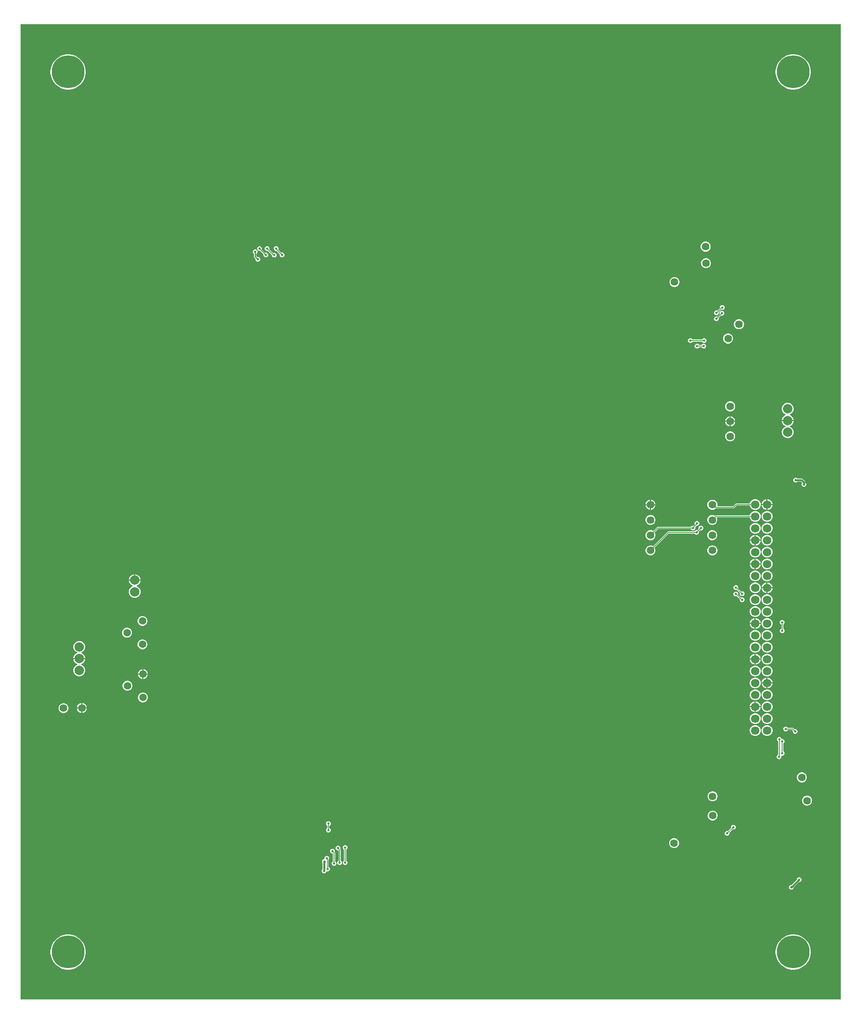
<source format=gbl>
G04*
G04 #@! TF.GenerationSoftware,Altium Limited,Altium Designer,23.2.1 (34)*
G04*
G04 Layer_Physical_Order=2*
G04 Layer_Color=16711680*
%FSLAX25Y25*%
%MOIN*%
G70*
G04*
G04 #@! TF.SameCoordinates,CA660C8E-C53F-4193-A26E-31EAB45B7BEE*
G04*
G04*
G04 #@! TF.FilePolarity,Positive*
G04*
G01*
G75*
%ADD12C,0.01000*%
%ADD77C,0.01500*%
%ADD78C,0.00700*%
%ADD84C,0.27559*%
%ADD85C,0.07087*%
%ADD86C,0.06400*%
%ADD87C,0.07874*%
%ADD88C,0.06299*%
%ADD89C,0.01968*%
G36*
X880000Y20000D02*
X190000D01*
Y840000D01*
X880000D01*
Y20000D01*
D02*
G37*
%LPC*%
G36*
X841163Y814779D02*
X838837D01*
X836539Y814416D01*
X834327Y813697D01*
X832254Y812641D01*
X830372Y811273D01*
X828727Y809628D01*
X827359Y807746D01*
X826303Y805673D01*
X825584Y803461D01*
X825220Y801163D01*
Y798837D01*
X825584Y796539D01*
X826303Y794327D01*
X827359Y792254D01*
X828727Y790372D01*
X830372Y788727D01*
X832254Y787359D01*
X834327Y786303D01*
X836539Y785584D01*
X838837Y785220D01*
X841163D01*
X843461Y785584D01*
X845673Y786303D01*
X847746Y787359D01*
X849628Y788727D01*
X851273Y790372D01*
X852641Y792254D01*
X853697Y794327D01*
X854416Y796539D01*
X854780Y798837D01*
Y801163D01*
X854416Y803461D01*
X853697Y805673D01*
X852641Y807746D01*
X851273Y809628D01*
X849628Y811273D01*
X847746Y812641D01*
X845673Y813697D01*
X843461Y814416D01*
X841163Y814779D01*
D02*
G37*
G36*
X231163D02*
X228837D01*
X226539Y814416D01*
X224327Y813697D01*
X222254Y812641D01*
X220372Y811273D01*
X218727Y809628D01*
X217359Y807746D01*
X216303Y805673D01*
X215584Y803461D01*
X215220Y801163D01*
Y798837D01*
X215584Y796539D01*
X216303Y794327D01*
X217359Y792254D01*
X218727Y790372D01*
X220372Y788727D01*
X222254Y787359D01*
X224327Y786303D01*
X226539Y785584D01*
X228837Y785220D01*
X231163D01*
X233461Y785584D01*
X235673Y786303D01*
X237746Y787359D01*
X239628Y788727D01*
X241273Y790372D01*
X242641Y792254D01*
X243697Y794327D01*
X244416Y796539D01*
X244779Y798837D01*
Y801163D01*
X244416Y803461D01*
X243697Y805673D01*
X242641Y807746D01*
X241273Y809628D01*
X239628Y811273D01*
X237746Y812641D01*
X235673Y813697D01*
X233461Y814416D01*
X231163Y814779D01*
D02*
G37*
G36*
X766919Y657358D02*
X765813D01*
X764745Y657071D01*
X763787Y656518D01*
X763005Y655736D01*
X762452Y654779D01*
X762166Y653710D01*
Y652604D01*
X762452Y651536D01*
X763005Y650579D01*
X763787Y649797D01*
X764745Y649244D01*
X765813Y648957D01*
X766919D01*
X767987Y649244D01*
X768945Y649797D01*
X769727Y650579D01*
X770280Y651536D01*
X770566Y652604D01*
Y653710D01*
X770280Y654779D01*
X769727Y655736D01*
X768945Y656518D01*
X767987Y657071D01*
X766919Y657358D01*
D02*
G37*
G36*
X405383Y653587D02*
X404594D01*
X403864Y653285D01*
X403306Y652726D01*
X403004Y651997D01*
Y651208D01*
X403306Y650478D01*
X403864Y649920D01*
X404594Y649618D01*
X405383D01*
X405443Y649643D01*
X408192Y646894D01*
X408004Y646440D01*
Y645651D01*
X408306Y644921D01*
X408864Y644363D01*
X409593Y644061D01*
X410383D01*
X411112Y644363D01*
X411670Y644921D01*
X411972Y645651D01*
Y646440D01*
X411670Y647169D01*
X411112Y647727D01*
X410383Y648030D01*
X409593D01*
X409533Y648004D01*
X406784Y650753D01*
X406972Y651208D01*
Y651997D01*
X406670Y652726D01*
X406112Y653285D01*
X405383Y653587D01*
D02*
G37*
G36*
X391454Y653498D02*
X390664D01*
X389935Y653196D01*
X389377Y652638D01*
X389075Y651908D01*
Y651119D01*
X389377Y650390D01*
X389935Y649832D01*
X390664Y649530D01*
X391454D01*
X391649Y649611D01*
X394522Y646738D01*
X394390Y646418D01*
Y645629D01*
X394692Y644900D01*
X395250Y644342D01*
X395979Y644039D01*
X396769D01*
X397498Y644342D01*
X398056Y644900D01*
X398358Y645629D01*
Y646418D01*
X398056Y647148D01*
X397498Y647706D01*
X396769Y648008D01*
X395979D01*
X395784Y647927D01*
X392911Y650800D01*
X393043Y651119D01*
Y651908D01*
X392741Y652638D01*
X392183Y653196D01*
X391454Y653498D01*
D02*
G37*
G36*
X397883D02*
X397094D01*
X396364Y653196D01*
X395806Y652638D01*
X395504Y651908D01*
Y651119D01*
X395806Y650390D01*
X396364Y649832D01*
X397094Y649530D01*
X397883D01*
X398072Y649608D01*
X401404Y646276D01*
Y645608D01*
X401706Y644878D01*
X402264Y644320D01*
X402993Y644018D01*
X403783D01*
X404512Y644320D01*
X405070Y644878D01*
X405372Y645608D01*
Y646397D01*
X405070Y647126D01*
X404512Y647684D01*
X403783Y647987D01*
X402993D01*
X402393Y647738D01*
X399338Y650793D01*
X399472Y651119D01*
Y651908D01*
X399170Y652638D01*
X398612Y653196D01*
X397883Y653498D01*
D02*
G37*
G36*
X387812Y650764D02*
X387023D01*
X386293Y650462D01*
X385735Y649903D01*
X385433Y649174D01*
Y648385D01*
X385735Y647656D01*
X386293Y647097D01*
X386398Y647054D01*
X386398Y644646D01*
X386475Y644255D01*
X386586Y644090D01*
X386696Y643925D01*
X386696Y643925D01*
X387740Y642881D01*
X387697Y642777D01*
Y641987D01*
X387999Y641258D01*
X388557Y640700D01*
X389286Y640398D01*
X390076D01*
X390805Y640700D01*
X391363Y641258D01*
X391665Y641987D01*
Y642777D01*
X391363Y643506D01*
X390805Y644064D01*
X390076Y644366D01*
X389286D01*
X389182Y644323D01*
X388437Y645068D01*
X388437Y647054D01*
X388541Y647097D01*
X389100Y647656D01*
X389402Y648385D01*
Y649174D01*
X389100Y649903D01*
X388541Y650462D01*
X387812Y650764D01*
D02*
G37*
G36*
X767191Y643448D02*
X766085D01*
X765017Y643162D01*
X764059Y642609D01*
X763277Y641827D01*
X762724Y640869D01*
X762438Y639801D01*
Y638695D01*
X762724Y637627D01*
X763277Y636669D01*
X764059Y635887D01*
X765017Y635334D01*
X766085Y635048D01*
X767191D01*
X768259Y635334D01*
X769217Y635887D01*
X769999Y636669D01*
X770552Y637627D01*
X770838Y638695D01*
Y639801D01*
X770552Y640869D01*
X769999Y641827D01*
X769217Y642609D01*
X768259Y643162D01*
X767191Y643448D01*
D02*
G37*
G36*
X740743Y627547D02*
X739637D01*
X738569Y627260D01*
X737611Y626707D01*
X736829Y625925D01*
X736276Y624968D01*
X735990Y623899D01*
Y622793D01*
X736276Y621725D01*
X736829Y620768D01*
X737611Y619986D01*
X738569Y619433D01*
X739637Y619146D01*
X740743D01*
X741811Y619433D01*
X742769Y619986D01*
X743551Y620768D01*
X744104Y621725D01*
X744390Y622793D01*
Y623899D01*
X744104Y624968D01*
X743551Y625925D01*
X742769Y626707D01*
X741811Y627260D01*
X740743Y627547D01*
D02*
G37*
G36*
X780675Y603968D02*
X779885D01*
X779156Y603666D01*
X778598Y603108D01*
X778296Y602379D01*
Y601590D01*
X778362Y601430D01*
X776266Y599333D01*
X775911Y599480D01*
X775121D01*
X774392Y599178D01*
X773834Y598620D01*
X773532Y597891D01*
Y597101D01*
X773834Y596372D01*
X774392Y595814D01*
X775121Y595512D01*
X775911D01*
X776640Y595814D01*
X777198Y596372D01*
X777500Y597101D01*
Y597891D01*
X777434Y598051D01*
X779530Y600147D01*
X779885Y600000D01*
X780675D01*
X781404Y600302D01*
X781962Y600860D01*
X782264Y601590D01*
Y602379D01*
X781962Y603108D01*
X781404Y603666D01*
X780675Y603968D01*
D02*
G37*
G36*
X780579Y599246D02*
X779790D01*
X779061Y598944D01*
X778503Y598385D01*
X778200Y597656D01*
Y596867D01*
X778316Y596586D01*
X776027Y594297D01*
X775792Y594394D01*
X775003D01*
X774274Y594092D01*
X773715Y593533D01*
X773413Y592804D01*
Y592015D01*
X773715Y591286D01*
X774274Y590727D01*
X775003Y590425D01*
X775792D01*
X776522Y590727D01*
X777080Y591286D01*
X777382Y592015D01*
Y592804D01*
X777266Y593084D01*
X779556Y595374D01*
X779790Y595277D01*
X780579D01*
X781309Y595579D01*
X781867Y596137D01*
X782169Y596867D01*
Y597656D01*
X781867Y598385D01*
X781309Y598944D01*
X780579Y599246D01*
D02*
G37*
G36*
X794978Y592098D02*
X793872D01*
X792804Y591811D01*
X791846Y591258D01*
X791064Y590477D01*
X790511Y589519D01*
X790225Y588451D01*
Y587345D01*
X790511Y586276D01*
X791064Y585319D01*
X791846Y584537D01*
X792804Y583984D01*
X793872Y583698D01*
X794978D01*
X796046Y583984D01*
X797004Y584537D01*
X797786Y585319D01*
X798339Y586276D01*
X798625Y587345D01*
Y588451D01*
X798339Y589519D01*
X797786Y590477D01*
X797004Y591258D01*
X796046Y591811D01*
X794978Y592098D01*
D02*
G37*
G36*
X765454Y576130D02*
X764664D01*
X763935Y575828D01*
X763377Y575270D01*
X763265Y574999D01*
X755346D01*
X755245Y575242D01*
X754687Y575800D01*
X753958Y576102D01*
X753168D01*
X752439Y575800D01*
X751881Y575242D01*
X751579Y574513D01*
Y573723D01*
X751881Y572994D01*
X752439Y572436D01*
X753168Y572134D01*
X753958D01*
X754687Y572436D01*
X755245Y572994D01*
X755357Y573265D01*
X763276D01*
X763377Y573022D01*
X763935Y572464D01*
X764664Y572161D01*
X765454D01*
X766183Y572464D01*
X766741Y573022D01*
X767043Y573751D01*
Y574540D01*
X766741Y575270D01*
X766183Y575828D01*
X765454Y576130D01*
D02*
G37*
G36*
X785821Y580027D02*
X784715D01*
X783647Y579740D01*
X782689Y579188D01*
X781907Y578406D01*
X781354Y577448D01*
X781068Y576380D01*
Y575274D01*
X781354Y574206D01*
X781907Y573248D01*
X782689Y572466D01*
X783647Y571913D01*
X784715Y571627D01*
X785821D01*
X786889Y571913D01*
X787847Y572466D01*
X788628Y573248D01*
X789182Y574206D01*
X789468Y575274D01*
Y576380D01*
X789182Y577448D01*
X788628Y578406D01*
X787847Y579188D01*
X786889Y579740D01*
X785821Y580027D01*
D02*
G37*
G36*
X765245Y571555D02*
X764456D01*
X763726Y571253D01*
X763168Y570695D01*
X763031Y570365D01*
X760975D01*
X760899Y570549D01*
X760340Y571107D01*
X759611Y571410D01*
X758822D01*
X758092Y571107D01*
X757534Y570549D01*
X757232Y569820D01*
Y569031D01*
X757534Y568301D01*
X758092Y567743D01*
X758822Y567441D01*
X759611D01*
X760340Y567743D01*
X760899Y568301D01*
X761035Y568631D01*
X763092D01*
X763168Y568447D01*
X763726Y567889D01*
X764456Y567587D01*
X765245D01*
X765974Y567889D01*
X766533Y568447D01*
X766835Y569176D01*
Y569966D01*
X766533Y570695D01*
X765974Y571253D01*
X765245Y571555D01*
D02*
G37*
G36*
X787561Y523031D02*
X786455D01*
X785387Y522745D01*
X784429Y522192D01*
X783647Y521410D01*
X783094Y520452D01*
X782808Y519384D01*
Y518278D01*
X783094Y517210D01*
X783647Y516252D01*
X784429Y515470D01*
X785387Y514917D01*
X786455Y514631D01*
X787561D01*
X788629Y514917D01*
X789587Y515470D01*
X790369Y516252D01*
X790922Y517210D01*
X791208Y518278D01*
Y519384D01*
X790922Y520452D01*
X790369Y521410D01*
X789587Y522192D01*
X788629Y522745D01*
X787561Y523031D01*
D02*
G37*
G36*
X836020Y521673D02*
X834720D01*
X833465Y521337D01*
X832339Y520687D01*
X831419Y519768D01*
X830770Y518642D01*
X830433Y517386D01*
Y516086D01*
X830770Y514831D01*
X831419Y513705D01*
X832339Y512786D01*
X833465Y512136D01*
X833728Y512065D01*
Y511565D01*
X833465Y511494D01*
X832339Y510844D01*
X831419Y509925D01*
X830770Y508799D01*
X830433Y507544D01*
Y507394D01*
X835370D01*
X840307D01*
Y507544D01*
X839971Y508799D01*
X839321Y509925D01*
X838402Y510844D01*
X837276Y511494D01*
X837012Y511565D01*
Y512065D01*
X837276Y512136D01*
X838402Y512786D01*
X839321Y513705D01*
X839971Y514831D01*
X840307Y516086D01*
Y517386D01*
X839971Y518642D01*
X839321Y519768D01*
X838402Y520687D01*
X837276Y521337D01*
X836020Y521673D01*
D02*
G37*
G36*
X787561Y510431D02*
X787508D01*
Y506731D01*
X791208D01*
Y506784D01*
X790922Y507852D01*
X790369Y508810D01*
X789587Y509592D01*
X788629Y510145D01*
X787561Y510431D01*
D02*
G37*
G36*
X786508D02*
X786455D01*
X785387Y510145D01*
X784429Y509592D01*
X783647Y508810D01*
X783094Y507852D01*
X782808Y506784D01*
Y506731D01*
X786508D01*
Y510431D01*
D02*
G37*
G36*
X791208Y505731D02*
X787508D01*
Y502031D01*
X787561D01*
X788629Y502317D01*
X789587Y502870D01*
X790369Y503652D01*
X790922Y504610D01*
X791208Y505678D01*
Y505731D01*
D02*
G37*
G36*
X786508D02*
X782808D01*
Y505678D01*
X783094Y504610D01*
X783647Y503652D01*
X784429Y502870D01*
X785387Y502317D01*
X786455Y502031D01*
X786508D01*
Y505731D01*
D02*
G37*
G36*
X840307Y506394D02*
X835370D01*
X830433D01*
Y506244D01*
X830770Y504988D01*
X831419Y503862D01*
X832339Y502943D01*
X833465Y502293D01*
X833728Y502222D01*
Y501722D01*
X833465Y501652D01*
X832339Y501002D01*
X831419Y500083D01*
X830770Y498957D01*
X830433Y497701D01*
Y496401D01*
X830770Y495146D01*
X831419Y494020D01*
X832339Y493101D01*
X833465Y492451D01*
X834720Y492114D01*
X836020D01*
X837276Y492451D01*
X838402Y493101D01*
X839321Y494020D01*
X839971Y495146D01*
X840307Y496401D01*
Y497701D01*
X839971Y498957D01*
X839321Y500083D01*
X838402Y501002D01*
X837276Y501652D01*
X837012Y501722D01*
Y502222D01*
X837276Y502293D01*
X838402Y502943D01*
X839321Y503862D01*
X839971Y504988D01*
X840307Y506244D01*
Y506394D01*
D02*
G37*
G36*
X787561Y497831D02*
X786455D01*
X785387Y497544D01*
X784429Y496992D01*
X783647Y496210D01*
X783094Y495252D01*
X782808Y494184D01*
Y493078D01*
X783094Y492010D01*
X783647Y491052D01*
X784429Y490270D01*
X785387Y489717D01*
X786455Y489431D01*
X787561D01*
X788629Y489717D01*
X789587Y490270D01*
X790369Y491052D01*
X790922Y492010D01*
X791208Y493078D01*
Y494184D01*
X790922Y495252D01*
X790369Y496210D01*
X789587Y496992D01*
X788629Y497544D01*
X787561Y497831D01*
D02*
G37*
G36*
X842495Y458784D02*
X841705D01*
X840976Y458482D01*
X840418Y457924D01*
X840116Y457195D01*
Y456405D01*
X840418Y455676D01*
X840976Y455118D01*
X841705Y454816D01*
X842495D01*
X843224Y455118D01*
X843632Y455525D01*
X846595D01*
X847568Y454552D01*
X847271Y454255D01*
X846968Y453525D01*
Y452736D01*
X847271Y452007D01*
X847829Y451448D01*
X848558Y451147D01*
X849347D01*
X850077Y451448D01*
X850635Y452007D01*
X850937Y452736D01*
Y453525D01*
X850635Y454255D01*
X850227Y454662D01*
Y454970D01*
X850130Y455457D01*
X849854Y455871D01*
X848024Y457701D01*
X847610Y457977D01*
X847122Y458075D01*
X843632D01*
X843224Y458482D01*
X842495Y458784D01*
D02*
G37*
G36*
X818645Y440807D02*
X818547D01*
Y436764D01*
X822591D01*
Y436862D01*
X822281Y438017D01*
X821683Y439053D01*
X820837Y439899D01*
X819801Y440497D01*
X818645Y440807D01*
D02*
G37*
G36*
X817547D02*
X817449D01*
X816294Y440497D01*
X815258Y439899D01*
X814412Y439053D01*
X813814Y438017D01*
X813504Y436862D01*
Y436764D01*
X817547D01*
Y440807D01*
D02*
G37*
G36*
X720553Y440326D02*
X720500D01*
Y436626D01*
X724200D01*
Y436679D01*
X723914Y437747D01*
X723361Y438705D01*
X722579Y439487D01*
X721621Y440040D01*
X720553Y440326D01*
D02*
G37*
G36*
X719500D02*
X719447D01*
X718379Y440040D01*
X717421Y439487D01*
X716639Y438705D01*
X716086Y437747D01*
X715800Y436679D01*
Y436626D01*
X719500D01*
Y440326D01*
D02*
G37*
G36*
X808645Y440807D02*
X807449D01*
X806294Y440497D01*
X805258Y439899D01*
X804412Y439053D01*
X803814Y438017D01*
X803576Y437130D01*
X792195D01*
X791864Y437065D01*
X791583Y436877D01*
X789518Y434811D01*
X776458D01*
X776153Y435208D01*
X776251Y435573D01*
Y436679D01*
X775965Y437747D01*
X775412Y438705D01*
X774630Y439487D01*
X773672Y440040D01*
X772604Y440326D01*
X771498D01*
X770430Y440040D01*
X769472Y439487D01*
X768690Y438705D01*
X768137Y437747D01*
X767851Y436679D01*
Y435573D01*
X768137Y434505D01*
X768690Y433547D01*
X769472Y432765D01*
X770430Y432212D01*
X771498Y431926D01*
X772604D01*
X773672Y432212D01*
X774630Y432765D01*
X774943Y433078D01*
X789877D01*
X790208Y433144D01*
X790489Y433332D01*
X792554Y435397D01*
X803576D01*
X803814Y434510D01*
X804412Y433474D01*
X805258Y432628D01*
X806294Y432030D01*
X807449Y431720D01*
X808645D01*
X809801Y432030D01*
X810837Y432628D01*
X811683Y433474D01*
X812281Y434510D01*
X812591Y435666D01*
Y436862D01*
X812281Y438017D01*
X811683Y439053D01*
X810837Y439899D01*
X809801Y440497D01*
X808645Y440807D01*
D02*
G37*
G36*
X724200Y435626D02*
X720500D01*
Y431926D01*
X720553D01*
X721621Y432212D01*
X722579Y432765D01*
X723361Y433547D01*
X723914Y434505D01*
X724200Y435573D01*
Y435626D01*
D02*
G37*
G36*
X719500D02*
X715800D01*
Y435573D01*
X716086Y434505D01*
X716639Y433547D01*
X717421Y432765D01*
X718379Y432212D01*
X719447Y431926D01*
X719500D01*
Y435626D01*
D02*
G37*
G36*
X822591Y435764D02*
X818547D01*
Y431720D01*
X818645D01*
X819801Y432030D01*
X820837Y432628D01*
X821683Y433474D01*
X822281Y434510D01*
X822591Y435666D01*
Y435764D01*
D02*
G37*
G36*
X817547D02*
X813504D01*
Y435666D01*
X813814Y434510D01*
X814412Y433474D01*
X815258Y432628D01*
X816294Y432030D01*
X817449Y431720D01*
X817547D01*
Y435764D01*
D02*
G37*
G36*
X808645Y430807D02*
X807449D01*
X806294Y430498D01*
X805258Y429899D01*
X804412Y429053D01*
X803814Y428017D01*
X803576Y427130D01*
X774895D01*
X774563Y427065D01*
X774282Y426877D01*
X774249Y426843D01*
X773572Y427234D01*
X772504Y427520D01*
X771398D01*
X770330Y427234D01*
X769372Y426681D01*
X768590Y425899D01*
X768037Y424941D01*
X767751Y423873D01*
Y422767D01*
X768037Y421699D01*
X768590Y420741D01*
X769372Y419959D01*
X770330Y419406D01*
X771398Y419120D01*
X772504D01*
X773572Y419406D01*
X774530Y419959D01*
X775312Y420741D01*
X775865Y421699D01*
X776151Y422767D01*
Y423873D01*
X775877Y424897D01*
X775895Y425039D01*
X776102Y425397D01*
X803576D01*
X803814Y424510D01*
X804412Y423474D01*
X805258Y422628D01*
X806294Y422030D01*
X807449Y421721D01*
X808645D01*
X809801Y422030D01*
X810837Y422628D01*
X811683Y423474D01*
X812281Y424510D01*
X812591Y425666D01*
Y426862D01*
X812281Y428017D01*
X811683Y429053D01*
X810837Y429899D01*
X809801Y430498D01*
X808645Y430807D01*
D02*
G37*
G36*
X818645D02*
X817449D01*
X816294Y430498D01*
X815258Y429899D01*
X814412Y429053D01*
X813814Y428017D01*
X813504Y426862D01*
Y425666D01*
X813814Y424510D01*
X814412Y423474D01*
X815258Y422628D01*
X816294Y422030D01*
X817449Y421721D01*
X818645D01*
X819801Y422030D01*
X820837Y422628D01*
X821683Y423474D01*
X822281Y424510D01*
X822591Y425666D01*
Y426862D01*
X822281Y428017D01*
X821683Y429053D01*
X820837Y429899D01*
X819801Y430498D01*
X818645Y430807D01*
D02*
G37*
G36*
X720553Y427520D02*
X719447D01*
X718379Y427234D01*
X717421Y426681D01*
X716639Y425899D01*
X716086Y424941D01*
X715800Y423873D01*
Y422767D01*
X716086Y421699D01*
X716639Y420741D01*
X717421Y419959D01*
X718379Y419406D01*
X719447Y419120D01*
X720553D01*
X721621Y419406D01*
X722579Y419959D01*
X723361Y420741D01*
X723914Y421699D01*
X724200Y422767D01*
Y423873D01*
X723914Y424941D01*
X723361Y425899D01*
X722579Y426681D01*
X721621Y427234D01*
X720553Y427520D01*
D02*
G37*
G36*
X759473Y422339D02*
X758684D01*
X757955Y422037D01*
X757397Y421478D01*
X757094Y420749D01*
Y419960D01*
X757283Y419504D01*
X756351Y418572D01*
X756292Y418597D01*
X755503D01*
X754773Y418295D01*
X754215Y417737D01*
X754108Y417479D01*
X726098D01*
X725767Y417413D01*
X725486Y417226D01*
X722298Y414038D01*
X721621Y414428D01*
X720553Y414714D01*
X719447D01*
X718379Y414428D01*
X717421Y413875D01*
X716639Y413093D01*
X716086Y412135D01*
X715800Y411067D01*
Y409961D01*
X716086Y408893D01*
X716639Y407935D01*
X717421Y407153D01*
X718379Y406601D01*
X719447Y406314D01*
X720553D01*
X721621Y406601D01*
X722579Y407153D01*
X723361Y407935D01*
X723914Y408893D01*
X724200Y409961D01*
Y411067D01*
X723914Y412135D01*
X723523Y412812D01*
X726457Y415746D01*
X754108D01*
X754215Y415489D01*
X754773Y414930D01*
X755503Y414628D01*
X756292D01*
X757021Y414930D01*
X757579Y415489D01*
X757881Y416218D01*
Y417007D01*
X757693Y417463D01*
X758625Y418395D01*
X758684Y418370D01*
X759473D01*
X760203Y418672D01*
X760761Y419230D01*
X761063Y419960D01*
Y420749D01*
X760761Y421478D01*
X760203Y422037D01*
X759473Y422339D01*
D02*
G37*
G36*
X762907Y418584D02*
X762118D01*
X761389Y418282D01*
X760831Y417723D01*
X760529Y416994D01*
Y416205D01*
X760640Y415935D01*
X759399Y414694D01*
X759155Y414795D01*
X758365D01*
X757636Y414493D01*
X757078Y413935D01*
X756971Y413678D01*
X735103D01*
X734771Y413612D01*
X734490Y413424D01*
X722298Y401232D01*
X721621Y401622D01*
X720553Y401908D01*
X719447D01*
X718379Y401622D01*
X717421Y401069D01*
X716639Y400287D01*
X716086Y399329D01*
X715800Y398261D01*
Y397155D01*
X716086Y396087D01*
X716639Y395129D01*
X717421Y394348D01*
X718379Y393795D01*
X719447Y393508D01*
X720553D01*
X721621Y393795D01*
X722579Y394348D01*
X723361Y395129D01*
X723914Y396087D01*
X724200Y397155D01*
Y398261D01*
X723914Y399329D01*
X723523Y400006D01*
X735462Y411944D01*
X756971D01*
X757078Y411687D01*
X757636Y411129D01*
X758365Y410827D01*
X759155D01*
X759884Y411129D01*
X760442Y411687D01*
X760744Y412416D01*
Y413206D01*
X760632Y413476D01*
X761873Y414716D01*
X762118Y414615D01*
X762907D01*
X763637Y414917D01*
X764195Y415475D01*
X764497Y416205D01*
Y416994D01*
X764195Y417723D01*
X763637Y418282D01*
X762907Y418584D01*
D02*
G37*
G36*
X818645Y420807D02*
X817449D01*
X816294Y420498D01*
X815258Y419899D01*
X814412Y419053D01*
X813814Y418017D01*
X813504Y416862D01*
Y415666D01*
X813814Y414510D01*
X814412Y413474D01*
X815258Y412628D01*
X816294Y412030D01*
X817449Y411721D01*
X818645D01*
X819801Y412030D01*
X820837Y412628D01*
X821683Y413474D01*
X822281Y414510D01*
X822591Y415666D01*
Y416862D01*
X822281Y418017D01*
X821683Y419053D01*
X820837Y419899D01*
X819801Y420498D01*
X818645Y420807D01*
D02*
G37*
G36*
X808645D02*
X807449D01*
X806294Y420498D01*
X805258Y419899D01*
X804412Y419053D01*
X803814Y418017D01*
X803504Y416862D01*
Y415666D01*
X803814Y414510D01*
X804412Y413474D01*
X805258Y412628D01*
X806294Y412030D01*
X807449Y411721D01*
X808645D01*
X809801Y412030D01*
X810837Y412628D01*
X811683Y413474D01*
X812281Y414510D01*
X812591Y415666D01*
Y416862D01*
X812281Y418017D01*
X811683Y419053D01*
X810837Y419899D01*
X809801Y420498D01*
X808645Y420807D01*
D02*
G37*
G36*
Y410807D02*
X808547D01*
Y406764D01*
X812591D01*
Y406862D01*
X812281Y408017D01*
X811683Y409053D01*
X810837Y409899D01*
X809801Y410498D01*
X808645Y410807D01*
D02*
G37*
G36*
X807547D02*
X807449D01*
X806294Y410498D01*
X805258Y409899D01*
X804412Y409053D01*
X803814Y408017D01*
X803504Y406862D01*
Y406764D01*
X807547D01*
Y410807D01*
D02*
G37*
G36*
X772504Y414714D02*
X771398D01*
X770330Y414428D01*
X769372Y413875D01*
X768590Y413093D01*
X768037Y412135D01*
X767751Y411067D01*
Y409961D01*
X768037Y408893D01*
X768590Y407935D01*
X769372Y407153D01*
X770330Y406601D01*
X771398Y406314D01*
X772504D01*
X773572Y406601D01*
X774530Y407153D01*
X775312Y407935D01*
X775865Y408893D01*
X776151Y409961D01*
Y411067D01*
X775865Y412135D01*
X775312Y413093D01*
X774530Y413875D01*
X773572Y414428D01*
X772504Y414714D01*
D02*
G37*
G36*
X818645Y410807D02*
X817449D01*
X816294Y410498D01*
X815258Y409899D01*
X814412Y409053D01*
X813814Y408017D01*
X813504Y406862D01*
Y405666D01*
X813814Y404510D01*
X814412Y403474D01*
X815258Y402628D01*
X816294Y402030D01*
X817449Y401721D01*
X818645D01*
X819801Y402030D01*
X820837Y402628D01*
X821683Y403474D01*
X822281Y404510D01*
X822591Y405666D01*
Y406862D01*
X822281Y408017D01*
X821683Y409053D01*
X820837Y409899D01*
X819801Y410498D01*
X818645Y410807D01*
D02*
G37*
G36*
X812591Y405764D02*
X808547D01*
Y401721D01*
X808645D01*
X809801Y402030D01*
X810837Y402628D01*
X811683Y403474D01*
X812281Y404510D01*
X812591Y405666D01*
Y405764D01*
D02*
G37*
G36*
X807547D02*
X803504D01*
Y405666D01*
X803814Y404510D01*
X804412Y403474D01*
X805258Y402628D01*
X806294Y402030D01*
X807449Y401721D01*
X807547D01*
Y405764D01*
D02*
G37*
G36*
X772601Y401908D02*
X771495D01*
X770427Y401622D01*
X769469Y401069D01*
X768687Y400287D01*
X768134Y399329D01*
X767848Y398261D01*
Y397155D01*
X768134Y396087D01*
X768687Y395129D01*
X769469Y394348D01*
X770427Y393795D01*
X771495Y393508D01*
X772601D01*
X773669Y393795D01*
X774626Y394348D01*
X775409Y395129D01*
X775961Y396087D01*
X776248Y397155D01*
Y398261D01*
X775961Y399329D01*
X775409Y400287D01*
X774626Y401069D01*
X773669Y401622D01*
X772601Y401908D01*
D02*
G37*
G36*
X818645Y400807D02*
X817449D01*
X816294Y400497D01*
X815258Y399899D01*
X814412Y399053D01*
X813814Y398017D01*
X813504Y396862D01*
Y395666D01*
X813814Y394510D01*
X814412Y393474D01*
X815258Y392628D01*
X816294Y392030D01*
X817449Y391721D01*
X818645D01*
X819801Y392030D01*
X820837Y392628D01*
X821683Y393474D01*
X822281Y394510D01*
X822591Y395666D01*
Y396862D01*
X822281Y398017D01*
X821683Y399053D01*
X820837Y399899D01*
X819801Y400497D01*
X818645Y400807D01*
D02*
G37*
G36*
X808645D02*
X807449D01*
X806294Y400497D01*
X805258Y399899D01*
X804412Y399053D01*
X803814Y398017D01*
X803504Y396862D01*
Y395666D01*
X803814Y394510D01*
X804412Y393474D01*
X805258Y392628D01*
X806294Y392030D01*
X807449Y391721D01*
X808645D01*
X809801Y392030D01*
X810837Y392628D01*
X811683Y393474D01*
X812281Y394510D01*
X812591Y395666D01*
Y396862D01*
X812281Y398017D01*
X811683Y399053D01*
X810837Y399899D01*
X809801Y400497D01*
X808645Y400807D01*
D02*
G37*
G36*
Y390807D02*
X808547D01*
Y386764D01*
X812591D01*
Y386862D01*
X812281Y388017D01*
X811683Y389053D01*
X810837Y389899D01*
X809801Y390497D01*
X808645Y390807D01*
D02*
G37*
G36*
X807547D02*
X807449D01*
X806294Y390497D01*
X805258Y389899D01*
X804412Y389053D01*
X803814Y388017D01*
X803504Y386862D01*
Y386764D01*
X807547D01*
Y390807D01*
D02*
G37*
G36*
X818645D02*
X817449D01*
X816294Y390497D01*
X815258Y389899D01*
X814412Y389053D01*
X813814Y388017D01*
X813504Y386862D01*
Y385666D01*
X813814Y384510D01*
X814412Y383474D01*
X815258Y382628D01*
X816294Y382030D01*
X817449Y381720D01*
X818645D01*
X819801Y382030D01*
X820837Y382628D01*
X821683Y383474D01*
X822281Y384510D01*
X822591Y385666D01*
Y386862D01*
X822281Y388017D01*
X821683Y389053D01*
X820837Y389899D01*
X819801Y390497D01*
X818645Y390807D01*
D02*
G37*
G36*
X812591Y385764D02*
X808547D01*
Y381720D01*
X808645D01*
X809801Y382030D01*
X810837Y382628D01*
X811683Y383474D01*
X812281Y384510D01*
X812591Y385666D01*
Y385764D01*
D02*
G37*
G36*
X807547D02*
X803504D01*
Y385666D01*
X803814Y384510D01*
X804412Y383474D01*
X805258Y382628D01*
X806294Y382030D01*
X807449Y381720D01*
X807547D01*
Y385764D01*
D02*
G37*
G36*
X286658Y377610D02*
X286508D01*
Y373173D01*
X290945D01*
Y373323D01*
X290608Y374579D01*
X289959Y375705D01*
X289039Y376624D01*
X287913Y377274D01*
X286658Y377610D01*
D02*
G37*
G36*
X285508D02*
X285358D01*
X284102Y377274D01*
X282977Y376624D01*
X282057Y375705D01*
X281407Y374579D01*
X281071Y373323D01*
Y373173D01*
X285508D01*
Y377610D01*
D02*
G37*
G36*
X818645Y380807D02*
X817449D01*
X816294Y380498D01*
X815258Y379899D01*
X814412Y379053D01*
X813814Y378017D01*
X813504Y376862D01*
Y375666D01*
X813814Y374510D01*
X814412Y373474D01*
X815258Y372628D01*
X816294Y372030D01*
X817449Y371721D01*
X818645D01*
X819801Y372030D01*
X820837Y372628D01*
X821683Y373474D01*
X822281Y374510D01*
X822591Y375666D01*
Y376862D01*
X822281Y378017D01*
X821683Y379053D01*
X820837Y379899D01*
X819801Y380498D01*
X818645Y380807D01*
D02*
G37*
G36*
X808645D02*
X807449D01*
X806294Y380498D01*
X805258Y379899D01*
X804412Y379053D01*
X803814Y378017D01*
X803504Y376862D01*
Y375666D01*
X803814Y374510D01*
X804412Y373474D01*
X805258Y372628D01*
X806294Y372030D01*
X807449Y371721D01*
X808645D01*
X809801Y372030D01*
X810837Y372628D01*
X811683Y373474D01*
X812281Y374510D01*
X812591Y375666D01*
Y376862D01*
X812281Y378017D01*
X811683Y379053D01*
X810837Y379899D01*
X809801Y380498D01*
X808645Y380807D01*
D02*
G37*
G36*
X818645Y370807D02*
X818547D01*
Y366764D01*
X822591D01*
Y366862D01*
X822281Y368017D01*
X821683Y369053D01*
X820837Y369899D01*
X819801Y370497D01*
X818645Y370807D01*
D02*
G37*
G36*
X817547D02*
X817449D01*
X816294Y370497D01*
X815258Y369899D01*
X814412Y369053D01*
X813814Y368017D01*
X813504Y366862D01*
Y366764D01*
X817547D01*
Y370807D01*
D02*
G37*
G36*
X822591Y365764D02*
X818547D01*
Y361720D01*
X818645D01*
X819801Y362030D01*
X820837Y362628D01*
X821683Y363474D01*
X822281Y364510D01*
X822591Y365666D01*
Y365764D01*
D02*
G37*
G36*
X817547D02*
X813504D01*
Y365666D01*
X813814Y364510D01*
X814412Y363474D01*
X815258Y362628D01*
X816294Y362030D01*
X817449Y361720D01*
X817547D01*
Y365764D01*
D02*
G37*
G36*
X808645Y370807D02*
X807449D01*
X806294Y370497D01*
X805258Y369899D01*
X804412Y369053D01*
X803814Y368017D01*
X803504Y366862D01*
Y365666D01*
X803814Y364510D01*
X804412Y363474D01*
X805258Y362628D01*
X806294Y362030D01*
X807449Y361720D01*
X808645D01*
X809801Y362030D01*
X810837Y362628D01*
X811683Y363474D01*
X812281Y364510D01*
X812591Y365666D01*
Y366862D01*
X812281Y368017D01*
X811683Y369053D01*
X810837Y369899D01*
X809801Y370497D01*
X808645Y370807D01*
D02*
G37*
G36*
X792249Y368338D02*
X791460D01*
X790730Y368037D01*
X790172Y367478D01*
X789870Y366749D01*
Y365960D01*
X790172Y365230D01*
X790730Y364672D01*
X791460Y364370D01*
X792249D01*
X792611Y364520D01*
X795260Y361870D01*
X795197Y361718D01*
Y360928D01*
X795499Y360199D01*
X796057Y359641D01*
X796786Y359339D01*
X797576D01*
X798305Y359641D01*
X798863Y360199D01*
X799165Y360928D01*
Y361718D01*
X798863Y362447D01*
X798305Y363005D01*
X797576Y363307D01*
X796786D01*
X796425Y363157D01*
X793775Y365807D01*
X793839Y365960D01*
Y366749D01*
X793537Y367478D01*
X792978Y368037D01*
X792249Y368338D01*
D02*
G37*
G36*
X290945Y372173D02*
X286008D01*
X281071D01*
Y372023D01*
X281407Y370768D01*
X282057Y369642D01*
X282977Y368723D01*
X284102Y368073D01*
X284366Y368002D01*
Y367502D01*
X284102Y367431D01*
X282977Y366781D01*
X282057Y365862D01*
X281407Y364736D01*
X281071Y363481D01*
Y362181D01*
X281407Y360925D01*
X282057Y359799D01*
X282977Y358880D01*
X284102Y358230D01*
X285358Y357894D01*
X286658D01*
X287913Y358230D01*
X289039Y358880D01*
X289959Y359799D01*
X290608Y360925D01*
X290945Y362181D01*
Y363481D01*
X290608Y364736D01*
X289959Y365862D01*
X289039Y366781D01*
X287913Y367431D01*
X287650Y367502D01*
Y368002D01*
X287913Y368073D01*
X289039Y368723D01*
X289959Y369642D01*
X290608Y370768D01*
X290945Y372023D01*
Y372173D01*
D02*
G37*
G36*
X792195Y362984D02*
X791405D01*
X790676Y362682D01*
X790118Y362124D01*
X789816Y361395D01*
Y360605D01*
X790118Y359876D01*
X790676Y359318D01*
X791405Y359016D01*
X792195D01*
X792624Y359194D01*
X795035Y356783D01*
X795000Y356698D01*
Y355908D01*
X795302Y355179D01*
X795860Y354621D01*
X796590Y354319D01*
X797379D01*
X798108Y354621D01*
X798666Y355179D01*
X798969Y355908D01*
Y356698D01*
X798666Y357427D01*
X798108Y357985D01*
X797379Y358287D01*
X796590D01*
X796160Y358109D01*
X793749Y360520D01*
X793784Y360605D01*
Y361395D01*
X793482Y362124D01*
X792924Y362682D01*
X792195Y362984D01*
D02*
G37*
G36*
X818645Y360807D02*
X817449D01*
X816294Y360497D01*
X815258Y359899D01*
X814412Y359053D01*
X813814Y358017D01*
X813504Y356862D01*
Y355666D01*
X813814Y354510D01*
X814412Y353474D01*
X815258Y352628D01*
X816294Y352030D01*
X817449Y351720D01*
X818645D01*
X819801Y352030D01*
X820837Y352628D01*
X821683Y353474D01*
X822281Y354510D01*
X822591Y355666D01*
Y356862D01*
X822281Y358017D01*
X821683Y359053D01*
X820837Y359899D01*
X819801Y360497D01*
X818645Y360807D01*
D02*
G37*
G36*
X808645D02*
X807449D01*
X806294Y360497D01*
X805258Y359899D01*
X804412Y359053D01*
X803814Y358017D01*
X803504Y356862D01*
Y355666D01*
X803814Y354510D01*
X804412Y353474D01*
X805258Y352628D01*
X806294Y352030D01*
X807449Y351720D01*
X808645D01*
X809801Y352030D01*
X810837Y352628D01*
X811683Y353474D01*
X812281Y354510D01*
X812591Y355666D01*
Y356862D01*
X812281Y358017D01*
X811683Y359053D01*
X810837Y359899D01*
X809801Y360497D01*
X808645Y360807D01*
D02*
G37*
G36*
X818645Y350807D02*
X817449D01*
X816294Y350498D01*
X815258Y349899D01*
X814412Y349053D01*
X813814Y348017D01*
X813504Y346862D01*
Y345666D01*
X813814Y344510D01*
X814412Y343474D01*
X815258Y342628D01*
X816294Y342030D01*
X817449Y341721D01*
X818645D01*
X819801Y342030D01*
X820837Y342628D01*
X821683Y343474D01*
X822281Y344510D01*
X822591Y345666D01*
Y346862D01*
X822281Y348017D01*
X821683Y349053D01*
X820837Y349899D01*
X819801Y350498D01*
X818645Y350807D01*
D02*
G37*
G36*
X808645D02*
X807449D01*
X806294Y350498D01*
X805258Y349899D01*
X804412Y349053D01*
X803814Y348017D01*
X803504Y346862D01*
Y345666D01*
X803814Y344510D01*
X804412Y343474D01*
X805258Y342628D01*
X806294Y342030D01*
X807449Y341721D01*
X808645D01*
X809801Y342030D01*
X810837Y342628D01*
X811683Y343474D01*
X812281Y344510D01*
X812591Y345666D01*
Y346862D01*
X812281Y348017D01*
X811683Y349053D01*
X810837Y349899D01*
X809801Y350498D01*
X808645Y350807D01*
D02*
G37*
G36*
Y340807D02*
X808547D01*
Y336764D01*
X812591D01*
Y336862D01*
X812281Y338017D01*
X811683Y339053D01*
X810837Y339899D01*
X809801Y340497D01*
X808645Y340807D01*
D02*
G37*
G36*
X807547D02*
X807449D01*
X806294Y340497D01*
X805258Y339899D01*
X804412Y339053D01*
X803814Y338017D01*
X803504Y336862D01*
Y336764D01*
X807547D01*
Y340807D01*
D02*
G37*
G36*
X293150Y342523D02*
X292058D01*
X291002Y342240D01*
X290056Y341694D01*
X289283Y340921D01*
X288737Y339975D01*
X288454Y338919D01*
Y337827D01*
X288737Y336771D01*
X289283Y335825D01*
X290056Y335053D01*
X291002Y334506D01*
X292058Y334224D01*
X293150D01*
X294206Y334506D01*
X295152Y335053D01*
X295924Y335825D01*
X296471Y336771D01*
X296754Y337827D01*
Y338919D01*
X296471Y339975D01*
X295924Y340921D01*
X295152Y341694D01*
X294206Y342240D01*
X293150Y342523D01*
D02*
G37*
G36*
X818645Y340807D02*
X817449D01*
X816294Y340497D01*
X815258Y339899D01*
X814412Y339053D01*
X813814Y338017D01*
X813504Y336862D01*
Y335666D01*
X813814Y334510D01*
X814412Y333474D01*
X815258Y332628D01*
X816294Y332030D01*
X817449Y331720D01*
X818645D01*
X819801Y332030D01*
X820837Y332628D01*
X821683Y333474D01*
X822281Y334510D01*
X822591Y335666D01*
Y336862D01*
X822281Y338017D01*
X821683Y339053D01*
X820837Y339899D01*
X819801Y340497D01*
X818645Y340807D01*
D02*
G37*
G36*
X812591Y335764D02*
X808547D01*
Y331720D01*
X808645D01*
X809801Y332030D01*
X810837Y332628D01*
X811683Y333474D01*
X812281Y334510D01*
X812591Y335666D01*
Y335764D01*
D02*
G37*
G36*
X807547D02*
X803504D01*
Y335666D01*
X803814Y334510D01*
X804412Y333474D01*
X805258Y332628D01*
X806294Y332030D01*
X807449Y331720D01*
X807547D01*
Y335764D01*
D02*
G37*
G36*
X831237Y339291D02*
X830448D01*
X829718Y338989D01*
X829160Y338431D01*
X828858Y337702D01*
Y336912D01*
X829160Y336183D01*
X829718Y335625D01*
X829976Y335518D01*
Y331812D01*
X829718Y331706D01*
X829160Y331148D01*
X828858Y330418D01*
Y329629D01*
X829160Y328900D01*
X829718Y328342D01*
X830448Y328039D01*
X831237D01*
X831966Y328342D01*
X832525Y328900D01*
X832827Y329629D01*
Y330418D01*
X832525Y331148D01*
X831966Y331706D01*
X831709Y331812D01*
Y335518D01*
X831966Y335625D01*
X832525Y336183D01*
X832827Y336912D01*
Y337702D01*
X832525Y338431D01*
X831966Y338989D01*
X831237Y339291D01*
D02*
G37*
G36*
X280158Y332680D02*
X279065D01*
X278010Y332398D01*
X277064Y331851D01*
X276291Y331079D01*
X275745Y330132D01*
X275462Y329077D01*
Y327984D01*
X275745Y326929D01*
X276291Y325983D01*
X277064Y325210D01*
X278010Y324664D01*
X279065Y324381D01*
X280158D01*
X281213Y324664D01*
X282160Y325210D01*
X282932Y325983D01*
X283479Y326929D01*
X283761Y327984D01*
Y329077D01*
X283479Y330132D01*
X282932Y331079D01*
X282160Y331851D01*
X281213Y332398D01*
X280158Y332680D01*
D02*
G37*
G36*
X818645Y330807D02*
X817449D01*
X816294Y330498D01*
X815258Y329899D01*
X814412Y329053D01*
X813814Y328017D01*
X813504Y326862D01*
Y325666D01*
X813814Y324510D01*
X814412Y323474D01*
X815258Y322628D01*
X816294Y322030D01*
X817449Y321721D01*
X818645D01*
X819801Y322030D01*
X820837Y322628D01*
X821683Y323474D01*
X822281Y324510D01*
X822591Y325666D01*
Y326862D01*
X822281Y328017D01*
X821683Y329053D01*
X820837Y329899D01*
X819801Y330498D01*
X818645Y330807D01*
D02*
G37*
G36*
X808645D02*
X807449D01*
X806294Y330498D01*
X805258Y329899D01*
X804412Y329053D01*
X803814Y328017D01*
X803504Y326862D01*
Y325666D01*
X803814Y324510D01*
X804412Y323474D01*
X805258Y322628D01*
X806294Y322030D01*
X807449Y321721D01*
X808645D01*
X809801Y322030D01*
X810837Y322628D01*
X811683Y323474D01*
X812281Y324510D01*
X812591Y325666D01*
Y326862D01*
X812281Y328017D01*
X811683Y329053D01*
X810837Y329899D01*
X809801Y330498D01*
X808645Y330807D01*
D02*
G37*
G36*
X293150Y322838D02*
X292058D01*
X291002Y322555D01*
X290056Y322009D01*
X289283Y321236D01*
X288737Y320290D01*
X288454Y319234D01*
Y318142D01*
X288737Y317087D01*
X289283Y316140D01*
X290056Y315368D01*
X291002Y314821D01*
X292058Y314539D01*
X293150D01*
X294206Y314821D01*
X295152Y315368D01*
X295924Y316140D01*
X296471Y317087D01*
X296754Y318142D01*
Y319234D01*
X296471Y320290D01*
X295924Y321236D01*
X295152Y322009D01*
X294206Y322555D01*
X293150Y322838D01*
D02*
G37*
G36*
X818645Y320807D02*
X817449D01*
X816294Y320497D01*
X815258Y319899D01*
X814412Y319053D01*
X813814Y318017D01*
X813504Y316862D01*
Y315666D01*
X813814Y314510D01*
X814412Y313474D01*
X815258Y312628D01*
X816294Y312030D01*
X817449Y311720D01*
X818645D01*
X819801Y312030D01*
X820837Y312628D01*
X821683Y313474D01*
X822281Y314510D01*
X822591Y315666D01*
Y316862D01*
X822281Y318017D01*
X821683Y319053D01*
X820837Y319899D01*
X819801Y320497D01*
X818645Y320807D01*
D02*
G37*
G36*
X808645D02*
X807449D01*
X806294Y320497D01*
X805258Y319899D01*
X804412Y319053D01*
X803814Y318017D01*
X803504Y316862D01*
Y315666D01*
X803814Y314510D01*
X804412Y313474D01*
X805258Y312628D01*
X806294Y312030D01*
X807449Y311720D01*
X808645D01*
X809801Y312030D01*
X810837Y312628D01*
X811683Y313474D01*
X812281Y314510D01*
X812591Y315666D01*
Y316862D01*
X812281Y318017D01*
X811683Y319053D01*
X810837Y319899D01*
X809801Y320497D01*
X808645Y320807D01*
D02*
G37*
G36*
X240158Y321553D02*
X238858D01*
X237602Y321216D01*
X236476Y320566D01*
X235557Y319647D01*
X234907Y318521D01*
X234571Y317266D01*
Y315966D01*
X234907Y314710D01*
X235557Y313584D01*
X236476Y312665D01*
X237602Y312015D01*
X237866Y311945D01*
Y311444D01*
X237602Y311374D01*
X236476Y310724D01*
X235557Y309805D01*
X234907Y308679D01*
X234571Y307423D01*
Y307273D01*
X239508D01*
X244445D01*
Y307423D01*
X244108Y308679D01*
X243459Y309805D01*
X242539Y310724D01*
X241413Y311374D01*
X241150Y311444D01*
Y311945D01*
X241413Y312015D01*
X242539Y312665D01*
X243459Y313584D01*
X244108Y314710D01*
X244445Y315966D01*
Y317266D01*
X244108Y318521D01*
X243459Y319647D01*
X242539Y320566D01*
X241413Y321216D01*
X240158Y321553D01*
D02*
G37*
G36*
X808645Y310807D02*
X808547D01*
Y306764D01*
X812591D01*
Y306862D01*
X812281Y308017D01*
X811683Y309053D01*
X810837Y309899D01*
X809801Y310497D01*
X808645Y310807D01*
D02*
G37*
G36*
X807547D02*
X807449D01*
X806294Y310497D01*
X805258Y309899D01*
X804412Y309053D01*
X803814Y308017D01*
X803504Y306862D01*
Y306764D01*
X807547D01*
Y310807D01*
D02*
G37*
G36*
X818645D02*
X817449D01*
X816294Y310497D01*
X815258Y309899D01*
X814412Y309053D01*
X813814Y308017D01*
X813504Y306862D01*
Y305666D01*
X813814Y304510D01*
X814412Y303474D01*
X815258Y302628D01*
X816294Y302030D01*
X817449Y301720D01*
X818645D01*
X819801Y302030D01*
X820837Y302628D01*
X821683Y303474D01*
X822281Y304510D01*
X822591Y305666D01*
Y306862D01*
X822281Y308017D01*
X821683Y309053D01*
X820837Y309899D01*
X819801Y310497D01*
X818645Y310807D01*
D02*
G37*
G36*
X812591Y305764D02*
X808547D01*
Y301720D01*
X808645D01*
X809801Y302030D01*
X810837Y302628D01*
X811683Y303474D01*
X812281Y304510D01*
X812591Y305666D01*
Y305764D01*
D02*
G37*
G36*
X807547D02*
X803504D01*
Y305666D01*
X803814Y304510D01*
X804412Y303474D01*
X805258Y302628D01*
X806294Y302030D01*
X807449Y301720D01*
X807547D01*
Y305764D01*
D02*
G37*
G36*
X293550Y297923D02*
X293504D01*
Y294273D01*
X297153D01*
Y294320D01*
X296871Y295375D01*
X296324Y296321D01*
X295552Y297094D01*
X294606Y297640D01*
X293550Y297923D01*
D02*
G37*
G36*
X292504D02*
X292458D01*
X291402Y297640D01*
X290456Y297094D01*
X289683Y296321D01*
X289137Y295375D01*
X288854Y294320D01*
Y294273D01*
X292504D01*
Y297923D01*
D02*
G37*
G36*
X244445Y306273D02*
X239508D01*
X234571D01*
Y306123D01*
X234907Y304868D01*
X235557Y303742D01*
X236476Y302823D01*
X237602Y302173D01*
X237866Y302102D01*
Y301602D01*
X237602Y301531D01*
X236476Y300881D01*
X235557Y299962D01*
X234907Y298836D01*
X234571Y297581D01*
Y296281D01*
X234907Y295025D01*
X235557Y293899D01*
X236476Y292980D01*
X237602Y292330D01*
X238858Y291994D01*
X240158D01*
X241413Y292330D01*
X242539Y292980D01*
X243459Y293899D01*
X244108Y295025D01*
X244445Y296281D01*
Y297581D01*
X244108Y298836D01*
X243459Y299962D01*
X242539Y300881D01*
X241413Y301531D01*
X241150Y301602D01*
Y302102D01*
X241413Y302173D01*
X242539Y302823D01*
X243459Y303742D01*
X244108Y304868D01*
X244445Y306123D01*
Y306273D01*
D02*
G37*
G36*
X818645Y300807D02*
X817449D01*
X816294Y300498D01*
X815258Y299899D01*
X814412Y299053D01*
X813814Y298017D01*
X813504Y296862D01*
Y295666D01*
X813814Y294510D01*
X814412Y293474D01*
X815258Y292628D01*
X816294Y292030D01*
X817449Y291721D01*
X818645D01*
X819801Y292030D01*
X820837Y292628D01*
X821683Y293474D01*
X822281Y294510D01*
X822591Y295666D01*
Y296862D01*
X822281Y298017D01*
X821683Y299053D01*
X820837Y299899D01*
X819801Y300498D01*
X818645Y300807D01*
D02*
G37*
G36*
X808645D02*
X807449D01*
X806294Y300498D01*
X805258Y299899D01*
X804412Y299053D01*
X803814Y298017D01*
X803504Y296862D01*
Y295666D01*
X803814Y294510D01*
X804412Y293474D01*
X805258Y292628D01*
X806294Y292030D01*
X807449Y291721D01*
X808645D01*
X809801Y292030D01*
X810837Y292628D01*
X811683Y293474D01*
X812281Y294510D01*
X812591Y295666D01*
Y296862D01*
X812281Y298017D01*
X811683Y299053D01*
X810837Y299899D01*
X809801Y300498D01*
X808645Y300807D01*
D02*
G37*
G36*
X297153Y293273D02*
X293504D01*
Y289624D01*
X293550D01*
X294606Y289906D01*
X295552Y290453D01*
X296324Y291225D01*
X296871Y292172D01*
X297153Y293227D01*
Y293273D01*
D02*
G37*
G36*
X292504D02*
X288854D01*
Y293227D01*
X289137Y292172D01*
X289683Y291225D01*
X290456Y290453D01*
X291402Y289906D01*
X292458Y289624D01*
X292504D01*
Y293273D01*
D02*
G37*
G36*
X818645Y290807D02*
X818547D01*
Y286764D01*
X822591D01*
Y286862D01*
X822281Y288017D01*
X821683Y289053D01*
X820837Y289899D01*
X819801Y290497D01*
X818645Y290807D01*
D02*
G37*
G36*
X817547D02*
X817449D01*
X816294Y290497D01*
X815258Y289899D01*
X814412Y289053D01*
X813814Y288017D01*
X813504Y286862D01*
Y286764D01*
X817547D01*
Y290807D01*
D02*
G37*
G36*
X822591Y285764D02*
X818547D01*
Y281720D01*
X818645D01*
X819801Y282030D01*
X820837Y282628D01*
X821683Y283474D01*
X822281Y284510D01*
X822591Y285666D01*
Y285764D01*
D02*
G37*
G36*
X817547D02*
X813504D01*
Y285666D01*
X813814Y284510D01*
X814412Y283474D01*
X815258Y282628D01*
X816294Y282030D01*
X817449Y281720D01*
X817547D01*
Y285764D01*
D02*
G37*
G36*
X808645Y290807D02*
X807449D01*
X806294Y290497D01*
X805258Y289899D01*
X804412Y289053D01*
X803814Y288017D01*
X803504Y286862D01*
Y285666D01*
X803814Y284510D01*
X804412Y283474D01*
X805258Y282628D01*
X806294Y282030D01*
X807449Y281720D01*
X808645D01*
X809801Y282030D01*
X810837Y282628D01*
X811683Y283474D01*
X812281Y284510D01*
X812591Y285666D01*
Y286862D01*
X812281Y288017D01*
X811683Y289053D01*
X810837Y289899D01*
X809801Y290497D01*
X808645Y290807D01*
D02*
G37*
G36*
X280558Y288080D02*
X279466D01*
X278410Y287797D01*
X277464Y287251D01*
X276691Y286479D01*
X276145Y285532D01*
X275862Y284477D01*
Y283384D01*
X276145Y282329D01*
X276691Y281383D01*
X277464Y280610D01*
X278410Y280064D01*
X279466Y279781D01*
X280558D01*
X281613Y280064D01*
X282560Y280610D01*
X283332Y281383D01*
X283879Y282329D01*
X284161Y283384D01*
Y284477D01*
X283879Y285532D01*
X283332Y286479D01*
X282560Y287251D01*
X281613Y287797D01*
X280558Y288080D01*
D02*
G37*
G36*
X818645Y280807D02*
X817449D01*
X816294Y280498D01*
X815258Y279899D01*
X814412Y279053D01*
X813814Y278017D01*
X813504Y276862D01*
Y275666D01*
X813814Y274510D01*
X814412Y273474D01*
X815258Y272628D01*
X816294Y272030D01*
X817449Y271721D01*
X818645D01*
X819801Y272030D01*
X820837Y272628D01*
X821683Y273474D01*
X822281Y274510D01*
X822591Y275666D01*
Y276862D01*
X822281Y278017D01*
X821683Y279053D01*
X820837Y279899D01*
X819801Y280498D01*
X818645Y280807D01*
D02*
G37*
G36*
X808645D02*
X807449D01*
X806294Y280498D01*
X805258Y279899D01*
X804412Y279053D01*
X803814Y278017D01*
X803504Y276862D01*
Y275666D01*
X803814Y274510D01*
X804412Y273474D01*
X805258Y272628D01*
X806294Y272030D01*
X807449Y271721D01*
X808645D01*
X809801Y272030D01*
X810837Y272628D01*
X811683Y273474D01*
X812281Y274510D01*
X812591Y275666D01*
Y276862D01*
X812281Y278017D01*
X811683Y279053D01*
X810837Y279899D01*
X809801Y280498D01*
X808645Y280807D01*
D02*
G37*
G36*
X293550Y278238D02*
X292458D01*
X291402Y277955D01*
X290456Y277409D01*
X289683Y276636D01*
X289137Y275690D01*
X288854Y274635D01*
Y273542D01*
X289137Y272486D01*
X289683Y271540D01*
X290456Y270768D01*
X291402Y270221D01*
X292458Y269939D01*
X293550D01*
X294606Y270221D01*
X295552Y270768D01*
X296324Y271540D01*
X296871Y272486D01*
X297153Y273542D01*
Y274635D01*
X296871Y275690D01*
X296324Y276636D01*
X295552Y277409D01*
X294606Y277955D01*
X293550Y278238D01*
D02*
G37*
G36*
X808645Y270807D02*
X808547D01*
Y266764D01*
X812591D01*
Y266862D01*
X812281Y268017D01*
X811683Y269053D01*
X810837Y269899D01*
X809801Y270497D01*
X808645Y270807D01*
D02*
G37*
G36*
X807547D02*
X807449D01*
X806294Y270497D01*
X805258Y269899D01*
X804412Y269053D01*
X803814Y268017D01*
X803504Y266862D01*
Y266764D01*
X807547D01*
Y270807D01*
D02*
G37*
G36*
X242161Y269431D02*
X242108D01*
Y265731D01*
X245808D01*
Y265784D01*
X245522Y266852D01*
X244969Y267810D01*
X244187Y268592D01*
X243229Y269145D01*
X242161Y269431D01*
D02*
G37*
G36*
X241108D02*
X241055D01*
X239987Y269145D01*
X239029Y268592D01*
X238247Y267810D01*
X237694Y266852D01*
X237408Y265784D01*
Y265731D01*
X241108D01*
Y269431D01*
D02*
G37*
G36*
X818645Y270807D02*
X817449D01*
X816294Y270497D01*
X815258Y269899D01*
X814412Y269053D01*
X813814Y268017D01*
X813504Y266862D01*
Y265666D01*
X813814Y264510D01*
X814412Y263474D01*
X815258Y262628D01*
X816294Y262030D01*
X817449Y261720D01*
X818645D01*
X819801Y262030D01*
X820837Y262628D01*
X821683Y263474D01*
X822281Y264510D01*
X822591Y265666D01*
Y266862D01*
X822281Y268017D01*
X821683Y269053D01*
X820837Y269899D01*
X819801Y270497D01*
X818645Y270807D01*
D02*
G37*
G36*
X812591Y265764D02*
X808547D01*
Y261720D01*
X808645D01*
X809801Y262030D01*
X810837Y262628D01*
X811683Y263474D01*
X812281Y264510D01*
X812591Y265666D01*
Y265764D01*
D02*
G37*
G36*
X807547D02*
X803504D01*
Y265666D01*
X803814Y264510D01*
X804412Y263474D01*
X805258Y262628D01*
X806294Y262030D01*
X807449Y261720D01*
X807547D01*
Y265764D01*
D02*
G37*
G36*
X245808Y264731D02*
X242108D01*
Y261031D01*
X242161D01*
X243229Y261317D01*
X244187Y261870D01*
X244969Y262652D01*
X245522Y263610D01*
X245808Y264678D01*
Y264731D01*
D02*
G37*
G36*
X241108D02*
X237408D01*
Y264678D01*
X237694Y263610D01*
X238247Y262652D01*
X239029Y261870D01*
X239987Y261317D01*
X241055Y261031D01*
X241108D01*
Y264731D01*
D02*
G37*
G36*
X226761Y269231D02*
X225655D01*
X224587Y268945D01*
X223629Y268392D01*
X222847Y267610D01*
X222294Y266652D01*
X222008Y265584D01*
Y264478D01*
X222294Y263410D01*
X222847Y262452D01*
X223629Y261670D01*
X224587Y261117D01*
X225655Y260831D01*
X226761D01*
X227829Y261117D01*
X228787Y261670D01*
X229569Y262452D01*
X230122Y263410D01*
X230408Y264478D01*
Y265584D01*
X230122Y266652D01*
X229569Y267610D01*
X228787Y268392D01*
X227829Y268945D01*
X226761Y269231D01*
D02*
G37*
G36*
X818645Y260807D02*
X817449D01*
X816294Y260497D01*
X815258Y259899D01*
X814412Y259053D01*
X813814Y258017D01*
X813504Y256862D01*
Y255666D01*
X813814Y254510D01*
X814412Y253474D01*
X815258Y252628D01*
X816294Y252030D01*
X817449Y251720D01*
X818645D01*
X819801Y252030D01*
X820837Y252628D01*
X821683Y253474D01*
X822281Y254510D01*
X822591Y255666D01*
Y256862D01*
X822281Y258017D01*
X821683Y259053D01*
X820837Y259899D01*
X819801Y260497D01*
X818645Y260807D01*
D02*
G37*
G36*
X808645D02*
X807449D01*
X806294Y260497D01*
X805258Y259899D01*
X804412Y259053D01*
X803814Y258017D01*
X803504Y256862D01*
Y255666D01*
X803814Y254510D01*
X804412Y253474D01*
X805258Y252628D01*
X806294Y252030D01*
X807449Y251720D01*
X808645D01*
X809801Y252030D01*
X810837Y252628D01*
X811683Y253474D01*
X812281Y254510D01*
X812591Y255666D01*
Y256862D01*
X812281Y258017D01*
X811683Y259053D01*
X810837Y259899D01*
X809801Y260497D01*
X808645Y260807D01*
D02*
G37*
G36*
X834091Y249528D02*
X833302D01*
X832573Y249225D01*
X832015Y248667D01*
X831713Y247938D01*
Y247149D01*
X832015Y246419D01*
X832573Y245861D01*
X833302Y245559D01*
X834091D01*
X834821Y245861D01*
X835379Y246419D01*
X835486Y246677D01*
X839243D01*
X839792Y246128D01*
X839685Y245871D01*
Y245082D01*
X839987Y244352D01*
X840545Y243794D01*
X841275Y243492D01*
X842064D01*
X842793Y243794D01*
X843351Y244352D01*
X843653Y245082D01*
Y245871D01*
X843351Y246600D01*
X842793Y247159D01*
X842064Y247461D01*
X841275D01*
X841017Y247354D01*
X840215Y248156D01*
X839934Y248344D01*
X839602Y248410D01*
X835486D01*
X835379Y248667D01*
X834821Y249225D01*
X834091Y249528D01*
D02*
G37*
G36*
X818645Y250807D02*
X817449D01*
X816294Y250498D01*
X815258Y249899D01*
X814412Y249053D01*
X813814Y248017D01*
X813504Y246862D01*
Y245666D01*
X813814Y244510D01*
X814412Y243474D01*
X815258Y242628D01*
X816294Y242030D01*
X817449Y241721D01*
X818645D01*
X819801Y242030D01*
X820837Y242628D01*
X821683Y243474D01*
X822281Y244510D01*
X822591Y245666D01*
Y246862D01*
X822281Y248017D01*
X821683Y249053D01*
X820837Y249899D01*
X819801Y250498D01*
X818645Y250807D01*
D02*
G37*
G36*
X808645D02*
X807449D01*
X806294Y250498D01*
X805258Y249899D01*
X804412Y249053D01*
X803814Y248017D01*
X803504Y246862D01*
Y245666D01*
X803814Y244510D01*
X804412Y243474D01*
X805258Y242628D01*
X806294Y242030D01*
X807449Y241721D01*
X808645D01*
X809801Y242030D01*
X810837Y242628D01*
X811683Y243474D01*
X812281Y244510D01*
X812591Y245666D01*
Y246862D01*
X812281Y248017D01*
X811683Y249053D01*
X810837Y249899D01*
X809801Y250498D01*
X808645Y250807D01*
D02*
G37*
G36*
X828703Y240791D02*
X827914D01*
X827184Y240489D01*
X826626Y239931D01*
X826324Y239202D01*
Y238412D01*
X826626Y237683D01*
X827184Y237125D01*
X827442Y237018D01*
Y225968D01*
X827065Y225812D01*
X826507Y225254D01*
X826205Y224525D01*
Y223735D01*
X826507Y223006D01*
X827065Y222448D01*
X827794Y222146D01*
X828584D01*
X829313Y222448D01*
X829871Y223006D01*
X830173Y223735D01*
Y224525D01*
X830091Y224724D01*
X830291Y224973D01*
X830464Y225130D01*
X831206D01*
X831935Y225432D01*
X832493Y225990D01*
X832795Y226719D01*
Y227509D01*
X832493Y228238D01*
X831935Y228796D01*
X831644Y228917D01*
Y235335D01*
X831868Y235428D01*
X832426Y235986D01*
X832728Y236716D01*
Y237505D01*
X832426Y238234D01*
X831868Y238792D01*
X831139Y239094D01*
X830349D01*
X830148Y239552D01*
X829991Y239931D01*
X829432Y240489D01*
X828703Y240791D01*
D02*
G37*
G36*
X847872Y210999D02*
X846766D01*
X845698Y210713D01*
X844740Y210160D01*
X843958Y209378D01*
X843405Y208420D01*
X843119Y207352D01*
Y206246D01*
X843405Y205178D01*
X843958Y204220D01*
X844740Y203438D01*
X845698Y202885D01*
X846766Y202599D01*
X847872D01*
X848940Y202885D01*
X849898Y203438D01*
X850680Y204220D01*
X851233Y205178D01*
X851519Y206246D01*
Y207352D01*
X851233Y208420D01*
X850680Y209378D01*
X849898Y210160D01*
X848940Y210713D01*
X847872Y210999D01*
D02*
G37*
G36*
X772777Y195176D02*
X771671D01*
X770603Y194890D01*
X769646Y194337D01*
X768864Y193555D01*
X768311Y192597D01*
X768024Y191529D01*
Y190423D01*
X768311Y189355D01*
X768864Y188398D01*
X769646Y187616D01*
X770603Y187063D01*
X771671Y186776D01*
X772777D01*
X773846Y187063D01*
X774803Y187616D01*
X775585Y188398D01*
X776138Y189355D01*
X776424Y190423D01*
Y191529D01*
X776138Y192597D01*
X775585Y193555D01*
X774803Y194337D01*
X773846Y194890D01*
X772777Y195176D01*
D02*
G37*
G36*
X852238Y191507D02*
X851132D01*
X850064Y191221D01*
X849106Y190668D01*
X848324Y189886D01*
X847771Y188928D01*
X847485Y187860D01*
Y186754D01*
X847771Y185686D01*
X848324Y184728D01*
X849106Y183946D01*
X850064Y183393D01*
X851132Y183107D01*
X852238D01*
X853306Y183393D01*
X854264Y183946D01*
X855046Y184728D01*
X855599Y185686D01*
X855885Y186754D01*
Y187860D01*
X855599Y188928D01*
X855046Y189886D01*
X854264Y190668D01*
X853306Y191221D01*
X852238Y191507D01*
D02*
G37*
G36*
X772825Y178913D02*
X771719D01*
X770650Y178626D01*
X769693Y178073D01*
X768911Y177292D01*
X768358Y176334D01*
X768072Y175266D01*
Y174160D01*
X768358Y173091D01*
X768911Y172134D01*
X769693Y171352D01*
X770650Y170799D01*
X771719Y170513D01*
X772825D01*
X773893Y170799D01*
X774851Y171352D01*
X775632Y172134D01*
X776185Y173091D01*
X776472Y174160D01*
Y175266D01*
X776185Y176334D01*
X775632Y177292D01*
X774851Y178073D01*
X773893Y178626D01*
X772825Y178913D01*
D02*
G37*
G36*
X790062Y166969D02*
X789273D01*
X788543Y166666D01*
X787985Y166108D01*
X787683Y165379D01*
Y164590D01*
X787790Y164332D01*
X785083Y161625D01*
X784796Y161744D01*
X784007D01*
X783278Y161442D01*
X782719Y160884D01*
X782417Y160154D01*
Y159365D01*
X782719Y158636D01*
X783278Y158078D01*
X784007Y157776D01*
X784796D01*
X785526Y158078D01*
X786084Y158636D01*
X786386Y159365D01*
Y160154D01*
X786291Y160383D01*
X789015Y163107D01*
X789273Y163000D01*
X790062D01*
X790791Y163302D01*
X791350Y163860D01*
X791652Y164590D01*
Y165379D01*
X791350Y166108D01*
X790791Y166666D01*
X790062Y166969D01*
D02*
G37*
G36*
X449336Y169982D02*
X448546D01*
X447817Y169680D01*
X447259Y169122D01*
X446957Y168393D01*
Y167603D01*
X447259Y166874D01*
X447817Y166316D01*
X448074Y166209D01*
Y164318D01*
X447817Y164212D01*
X447259Y163654D01*
X446957Y162924D01*
Y162135D01*
X447259Y161406D01*
X447817Y160847D01*
X448546Y160545D01*
X449336D01*
X450065Y160847D01*
X450623Y161406D01*
X450925Y162135D01*
Y162924D01*
X450623Y163654D01*
X450065Y164212D01*
X449808Y164318D01*
Y166209D01*
X450065Y166316D01*
X450623Y166874D01*
X450925Y167603D01*
Y168393D01*
X450623Y169122D01*
X450065Y169680D01*
X449336Y169982D01*
D02*
G37*
G36*
X740411Y155818D02*
X739305D01*
X738237Y155532D01*
X737279Y154979D01*
X736497Y154197D01*
X735945Y153239D01*
X735658Y152171D01*
Y151065D01*
X735945Y149997D01*
X736497Y149039D01*
X737279Y148257D01*
X738237Y147704D01*
X739305Y147418D01*
X740411D01*
X741479Y147704D01*
X742437Y148257D01*
X743219Y149039D01*
X743772Y149997D01*
X744058Y151065D01*
Y152171D01*
X743772Y153239D01*
X743219Y154197D01*
X742437Y154979D01*
X741479Y155532D01*
X740411Y155818D01*
D02*
G37*
G36*
X463410Y149925D02*
X462621D01*
X461892Y149623D01*
X461334Y149065D01*
X461031Y148336D01*
Y147546D01*
X461334Y146817D01*
X461892Y146259D01*
X462198Y146132D01*
Y136914D01*
X461990Y136828D01*
X461432Y136270D01*
X461130Y135540D01*
Y134751D01*
X461432Y134022D01*
X461990Y133464D01*
X462719Y133161D01*
X463509D01*
X464238Y133464D01*
X464796Y134022D01*
X465098Y134751D01*
Y135540D01*
X464796Y136270D01*
X464238Y136828D01*
X463932Y136955D01*
Y146173D01*
X464140Y146259D01*
X464698Y146817D01*
X465000Y147546D01*
Y148336D01*
X464698Y149065D01*
X464140Y149623D01*
X463410Y149925D01*
D02*
G37*
G36*
X457505Y149332D02*
X456715D01*
X455986Y149030D01*
X455428Y148472D01*
X455126Y147743D01*
Y146953D01*
X455428Y146224D01*
X455986Y145666D01*
X456715Y145364D01*
X457505D01*
X457621Y145286D01*
Y136836D01*
X457364Y136729D01*
X456806Y136171D01*
X456504Y135442D01*
Y134653D01*
X456806Y133923D01*
X457364Y133365D01*
X458094Y133063D01*
X458883D01*
X459612Y133365D01*
X460170Y133923D01*
X460472Y134653D01*
Y135442D01*
X460170Y136171D01*
X459612Y136729D01*
X459355Y136836D01*
Y145849D01*
X459289Y146181D01*
X459101Y146462D01*
X458953Y146611D01*
X459094Y146953D01*
Y147743D01*
X458792Y148472D01*
X458234Y149030D01*
X457505Y149332D01*
D02*
G37*
G36*
X452780Y146874D02*
X451991D01*
X451262Y146572D01*
X450704Y146014D01*
X450402Y145284D01*
Y144495D01*
X450704Y143766D01*
X451262Y143208D01*
X451991Y142905D01*
X452780D01*
X452897Y142828D01*
Y136246D01*
X452640Y136139D01*
X452082Y135581D01*
X451780Y134851D01*
Y134062D01*
X452082Y133333D01*
X452640Y132774D01*
X453369Y132473D01*
X454158D01*
X454888Y132774D01*
X455446Y133333D01*
X455748Y134062D01*
Y134851D01*
X455446Y135581D01*
X454888Y136139D01*
X454630Y136246D01*
Y143512D01*
X454565Y143843D01*
X454377Y144125D01*
X454263Y144238D01*
X454370Y144495D01*
Y145284D01*
X454068Y146014D01*
X453510Y146572D01*
X452780Y146874D01*
D02*
G37*
G36*
X448152Y140872D02*
X447363D01*
X446634Y140570D01*
X446076Y140012D01*
X445774Y139283D01*
Y138493D01*
X445799Y138432D01*
X445521Y138016D01*
X445200D01*
X444471Y137714D01*
X443912Y137155D01*
X443610Y136426D01*
Y135637D01*
X443912Y134907D01*
X444010Y134810D01*
Y129803D01*
X443602Y129395D01*
X443300Y128666D01*
Y127876D01*
X443602Y127147D01*
X444160Y126589D01*
X444889Y126287D01*
X445679D01*
X446408Y126589D01*
X446966Y127147D01*
X447167Y127632D01*
X447730Y127940D01*
X447956Y127847D01*
X448745D01*
X449474Y128149D01*
X450033Y128707D01*
X450335Y129436D01*
Y130225D01*
X450033Y130955D01*
X449474Y131513D01*
X449202Y131626D01*
Y137526D01*
X449440Y137764D01*
X449742Y138493D01*
Y139283D01*
X449440Y140012D01*
X448882Y140570D01*
X448152Y140872D01*
D02*
G37*
G36*
X845375Y122713D02*
X844586D01*
X843856Y122411D01*
X843298Y121852D01*
X842996Y121123D01*
Y120598D01*
X838776Y116378D01*
X838149D01*
X837419Y116076D01*
X836861Y115518D01*
X836559Y114788D01*
Y113999D01*
X836861Y113270D01*
X837419Y112712D01*
X838149Y112409D01*
X838938D01*
X839667Y112712D01*
X840226Y113270D01*
X840528Y113999D01*
Y114524D01*
X844747Y118744D01*
X845375D01*
X846104Y119046D01*
X846663Y119604D01*
X846965Y120334D01*
Y121123D01*
X846663Y121852D01*
X846104Y122411D01*
X845375Y122713D01*
D02*
G37*
G36*
X841163Y74779D02*
X838837D01*
X836539Y74416D01*
X834327Y73697D01*
X832254Y72641D01*
X830372Y71273D01*
X828727Y69628D01*
X827359Y67746D01*
X826303Y65673D01*
X825584Y63461D01*
X825220Y61163D01*
Y58837D01*
X825584Y56539D01*
X826303Y54327D01*
X827359Y52254D01*
X828727Y50372D01*
X830372Y48727D01*
X832254Y47359D01*
X834327Y46303D01*
X836539Y45584D01*
X838837Y45221D01*
X841163D01*
X843461Y45584D01*
X845673Y46303D01*
X847746Y47359D01*
X849628Y48727D01*
X851273Y50372D01*
X852641Y52254D01*
X853697Y54327D01*
X854416Y56539D01*
X854780Y58837D01*
Y61163D01*
X854416Y63461D01*
X853697Y65673D01*
X852641Y67746D01*
X851273Y69628D01*
X849628Y71273D01*
X847746Y72641D01*
X845673Y73697D01*
X843461Y74416D01*
X841163Y74779D01*
D02*
G37*
G36*
X231163D02*
X228837D01*
X226539Y74416D01*
X224327Y73697D01*
X222254Y72641D01*
X220372Y71273D01*
X218727Y69628D01*
X217359Y67746D01*
X216303Y65673D01*
X215584Y63461D01*
X215220Y61163D01*
Y58837D01*
X215584Y56539D01*
X216303Y54327D01*
X217359Y52254D01*
X218727Y50372D01*
X220372Y48727D01*
X222254Y47359D01*
X224327Y46303D01*
X226539Y45584D01*
X228837Y45221D01*
X231163D01*
X233461Y45584D01*
X235673Y46303D01*
X237746Y47359D01*
X239628Y48727D01*
X241273Y50372D01*
X242641Y52254D01*
X243697Y54327D01*
X244416Y56539D01*
X244779Y58837D01*
Y61163D01*
X244416Y63461D01*
X243697Y65673D01*
X242641Y67746D01*
X241273Y69628D01*
X239628Y71273D01*
X237746Y72641D01*
X235673Y73697D01*
X233461Y74416D01*
X231163Y74779D01*
D02*
G37*
%LPD*%
D12*
X387417Y644646D02*
X389681Y642382D01*
X387417Y644646D02*
X387417Y648779D01*
D77*
X847122Y456800D02*
X848953Y454970D01*
Y453131D02*
Y454970D01*
X842100Y456800D02*
X847122D01*
X838543Y114394D02*
X838595D01*
X844929Y120728D01*
X844980D01*
X445595Y135905D02*
Y136031D01*
X445284Y135594D02*
X445595Y135905D01*
X445284Y128271D02*
Y135594D01*
D78*
X735103Y412811D02*
X758760D01*
X720000Y397708D02*
X735103Y412811D01*
X720000Y410514D02*
X726098Y416613D01*
X755897D01*
X797033Y361323D02*
X797181D01*
X791854Y366354D02*
X792002D01*
X797033Y361323D01*
X791800Y361000D02*
X792044D01*
X796740Y356303D02*
X796984D01*
X792044Y361000D02*
X796740Y356303D01*
X789877Y433945D02*
X792195Y436264D01*
X774232Y433945D02*
X789877D01*
X772051Y436126D02*
X774232Y433945D01*
X774895Y426264D02*
X808047D01*
X771937Y423306D02*
X774895Y426264D01*
X753563Y574118D02*
X753577Y574132D01*
X765045D02*
X765059Y574146D01*
X753577Y574132D02*
X765045D01*
X764778Y569498D02*
X764850Y569571D01*
X759289Y569498D02*
X764778D01*
X759216Y569425D02*
X759289Y569498D01*
X758760Y412829D02*
X762513Y416582D01*
X758760Y412811D02*
Y412829D01*
X762513Y416582D02*
Y416599D01*
X759079Y420074D02*
Y420354D01*
X755897Y416613D02*
Y416893D01*
X759079Y420074D01*
X775654Y597496D02*
X780142Y601984D01*
X780280D01*
X775516Y597496D02*
X775654D01*
X775398Y592410D02*
Y592442D01*
X780185Y597229D01*
Y597261D01*
X396374Y646024D02*
Y646111D01*
X402407Y646498D02*
X402549D01*
X403045Y646002D01*
X403388D01*
X409988Y646045D02*
Y646324D01*
X404988Y651324D02*
Y651602D01*
Y651324D02*
X409988Y646324D01*
X397488Y651417D02*
X402407Y646498D01*
X397488Y651417D02*
Y651514D01*
X391059Y651426D02*
Y651514D01*
Y651426D02*
X396374Y646111D01*
X828189Y224130D02*
X828308Y224249D01*
Y238807D01*
X830777Y227148D02*
Y237077D01*
Y227148D02*
X830811Y227114D01*
X830744Y237110D02*
X830777Y237077D01*
X784443Y159760D02*
X789667Y164984D01*
X784402Y159760D02*
X784443D01*
X457110Y147227D02*
X458488Y145849D01*
Y135047D02*
Y145849D01*
X463065Y135195D02*
Y147892D01*
X463016Y147941D02*
X463065Y147892D01*
X457110Y147227D02*
Y147348D01*
X463065Y135195D02*
X463114Y135146D01*
X447758Y138545D02*
Y138888D01*
Y138545D02*
X448336Y137967D01*
X452386Y144890D02*
X453764Y143512D01*
X448941Y162530D02*
Y167998D01*
X448336Y129846D02*
X448350Y129831D01*
X448336Y129846D02*
Y137967D01*
X453764Y134457D02*
Y143512D01*
X792195Y436264D02*
X808047D01*
X839602Y247543D02*
X841669Y245476D01*
X833697Y247543D02*
X839602D01*
X830842Y330024D02*
Y337307D01*
D84*
X840000Y60000D02*
D03*
X230000D02*
D03*
X840000Y800000D02*
D03*
X230000D02*
D03*
D85*
X808047Y436264D02*
D03*
X818047D02*
D03*
X808047Y426264D02*
D03*
X818047D02*
D03*
X808047Y416264D02*
D03*
X818047D02*
D03*
X808047Y406264D02*
D03*
X818047D02*
D03*
X808047Y396264D02*
D03*
X818047D02*
D03*
X808047Y386264D02*
D03*
X818047D02*
D03*
X808047Y376264D02*
D03*
X818047D02*
D03*
X808047Y366264D02*
D03*
X818047D02*
D03*
X808047Y356264D02*
D03*
X818047D02*
D03*
X808047Y346264D02*
D03*
X818047D02*
D03*
X808047Y336264D02*
D03*
X818047D02*
D03*
X808047Y326264D02*
D03*
X818047D02*
D03*
X808047Y316264D02*
D03*
X818047D02*
D03*
X808047Y306264D02*
D03*
X818047D02*
D03*
X808047Y296264D02*
D03*
X818047D02*
D03*
X808047Y286264D02*
D03*
X818047D02*
D03*
X808047Y276264D02*
D03*
X818047D02*
D03*
X808047Y266264D02*
D03*
X818047D02*
D03*
X808047Y256264D02*
D03*
X818047D02*
D03*
X808047Y246264D02*
D03*
X818047D02*
D03*
D86*
X772048Y397708D02*
D03*
X847319Y206799D02*
D03*
X740190Y623347D02*
D03*
X766638Y639248D02*
D03*
X766366Y653158D02*
D03*
X771951Y410514D02*
D03*
Y423320D02*
D03*
X772051Y436126D02*
D03*
X787008Y518831D02*
D03*
X720000Y410514D02*
D03*
Y397708D02*
D03*
Y423320D02*
D03*
Y436126D02*
D03*
X226208Y265031D02*
D03*
X241608Y265231D02*
D03*
X787008Y493631D02*
D03*
Y506231D02*
D03*
X772272Y174713D02*
D03*
X851685Y187307D02*
D03*
X772224Y190976D02*
D03*
X794425Y587898D02*
D03*
X785268Y575827D02*
D03*
X739858Y151618D02*
D03*
D87*
X835370Y497051D02*
D03*
Y506894D02*
D03*
Y516736D02*
D03*
X239508Y296931D02*
D03*
Y306773D02*
D03*
Y316616D02*
D03*
X286008Y362831D02*
D03*
Y372673D02*
D03*
D88*
X293004Y274088D02*
D03*
Y293773D02*
D03*
X280012Y283931D02*
D03*
X292604Y318688D02*
D03*
Y338373D02*
D03*
X279612Y328531D02*
D03*
D89*
X705100Y152626D02*
D03*
X314300Y340900D02*
D03*
X704800Y645574D02*
D03*
Y627774D02*
D03*
X842100Y456800D02*
D03*
X848953Y453131D02*
D03*
X791854Y366354D02*
D03*
X791800Y361000D02*
D03*
X765059Y574146D02*
D03*
X753563Y574118D02*
D03*
X764850Y569571D02*
D03*
X759216Y569425D02*
D03*
X762513Y416599D02*
D03*
X758760Y412811D02*
D03*
X755897Y416613D02*
D03*
X759079Y420354D02*
D03*
X775516Y597496D02*
D03*
X775398Y592410D02*
D03*
X780185Y597261D02*
D03*
X780280Y601984D02*
D03*
X844980Y120728D02*
D03*
X838543Y114394D02*
D03*
X789667Y164984D02*
D03*
X486531Y637264D02*
D03*
Y633764D02*
D03*
Y640764D02*
D03*
X490031Y637264D02*
D03*
Y640764D02*
D03*
Y633764D02*
D03*
X494406Y629783D02*
D03*
X495291Y645532D02*
D03*
X497563Y633819D02*
D03*
X676648Y628381D02*
D03*
X685404Y633081D02*
D03*
X483032Y633764D02*
D03*
X387417Y648779D02*
D03*
X389681Y642382D02*
D03*
X391059Y651514D02*
D03*
X396374Y646024D02*
D03*
X397488Y651514D02*
D03*
X403388Y646002D02*
D03*
X404988Y651602D02*
D03*
X409988Y646045D02*
D03*
X466788Y627802D02*
D03*
X466988Y646502D02*
D03*
X483032Y637264D02*
D03*
Y640764D02*
D03*
X497563Y639724D02*
D03*
X674376Y640094D02*
D03*
Y634188D02*
D03*
X485988Y648602D02*
D03*
X677534Y644129D02*
D03*
X681904Y633081D02*
D03*
Y636581D02*
D03*
Y640081D02*
D03*
X686088Y625602D02*
D03*
X688904Y633081D02*
D03*
Y636581D02*
D03*
Y640081D02*
D03*
X486288Y626002D02*
D03*
X685404Y636581D02*
D03*
Y640081D02*
D03*
X685488Y647802D02*
D03*
X828189Y224130D02*
D03*
X828308Y238807D02*
D03*
X830811Y227114D02*
D03*
X830744Y237110D02*
D03*
X784402Y159760D02*
D03*
X685370Y161389D02*
D03*
X677484Y168807D02*
D03*
X681870Y157889D02*
D03*
Y164889D02*
D03*
Y161389D02*
D03*
X685370Y157889D02*
D03*
Y164889D02*
D03*
X686096Y172715D02*
D03*
X688870Y157889D02*
D03*
Y161389D02*
D03*
X674327Y164772D02*
D03*
Y158866D02*
D03*
X688870Y164889D02*
D03*
X704696Y170215D02*
D03*
X685696Y150315D02*
D03*
X676598Y153059D02*
D03*
X490039Y160835D02*
D03*
X486244Y172153D02*
D03*
X492996Y171515D02*
D03*
X483039Y157335D02*
D03*
X490039D02*
D03*
Y164335D02*
D03*
X483039D02*
D03*
X486539Y157335D02*
D03*
Y164335D02*
D03*
X495299Y169004D02*
D03*
X483039Y160835D02*
D03*
X486539D02*
D03*
X497571Y163197D02*
D03*
X445284Y128271D02*
D03*
X448350Y129831D02*
D03*
X445595Y136031D02*
D03*
X453764Y134457D02*
D03*
X497571Y157291D02*
D03*
X448941Y167998D02*
D03*
Y162530D02*
D03*
X466496Y151515D02*
D03*
X494413Y153256D02*
D03*
X458488Y135047D02*
D03*
X447758Y138888D02*
D03*
X463114Y135146D02*
D03*
X452386Y144890D02*
D03*
X457110Y147348D02*
D03*
X463016Y147941D02*
D03*
X486244Y149319D02*
D03*
X466896Y170115D02*
D03*
X297108Y257831D02*
D03*
X342508Y351231D02*
D03*
X334808Y342431D02*
D03*
X330308Y333831D02*
D03*
X344108Y331731D02*
D03*
X354308Y309531D02*
D03*
X344208Y308831D02*
D03*
X332108Y271231D02*
D03*
Y278031D02*
D03*
X336608Y288631D02*
D03*
X239508Y344731D02*
D03*
X230408Y343331D02*
D03*
X209708Y336431D02*
D03*
X804808Y550631D02*
D03*
X806808Y477131D02*
D03*
X841669Y245476D02*
D03*
X833697Y247543D02*
D03*
X796984Y356303D02*
D03*
X797181Y361323D02*
D03*
X830842Y330024D02*
D03*
Y337307D02*
D03*
X356187Y317020D02*
D03*
X359908Y309331D02*
D03*
X354071Y304236D02*
D03*
X352506Y341092D02*
D03*
X351905Y350201D02*
D03*
X361748Y349807D02*
D03*
X362535Y341146D02*
D03*
X340488Y292327D02*
D03*
X363913Y312602D02*
D03*
X351807Y324413D02*
D03*
X364307Y324905D02*
D03*
X367260Y316933D02*
D03*
X828023Y543565D02*
D03*
X216374Y144295D02*
D03*
X216571Y178350D02*
D03*
X216866Y499610D02*
D03*
X216571Y465358D02*
D03*
X835565Y467888D02*
D03*
X826115Y469679D02*
D03*
X836933Y545857D02*
D03*
X356259Y288762D02*
D03*
Y293162D02*
D03*
X350259Y288762D02*
D03*
Y293162D02*
D03*
X353259Y290962D02*
D03*
X355353Y347241D02*
D03*
X358653D02*
D03*
X355353Y343941D02*
D03*
X358653D02*
D03*
X356187Y320620D02*
D03*
X359787D02*
D03*
Y317020D02*
D03*
X359681Y354728D02*
D03*
X354465Y354630D02*
D03*
X353108Y276331D02*
D03*
X360075Y336618D02*
D03*
X353874Y336520D02*
D03*
X360272Y328055D02*
D03*
X354108Y327931D02*
D03*
M02*

</source>
